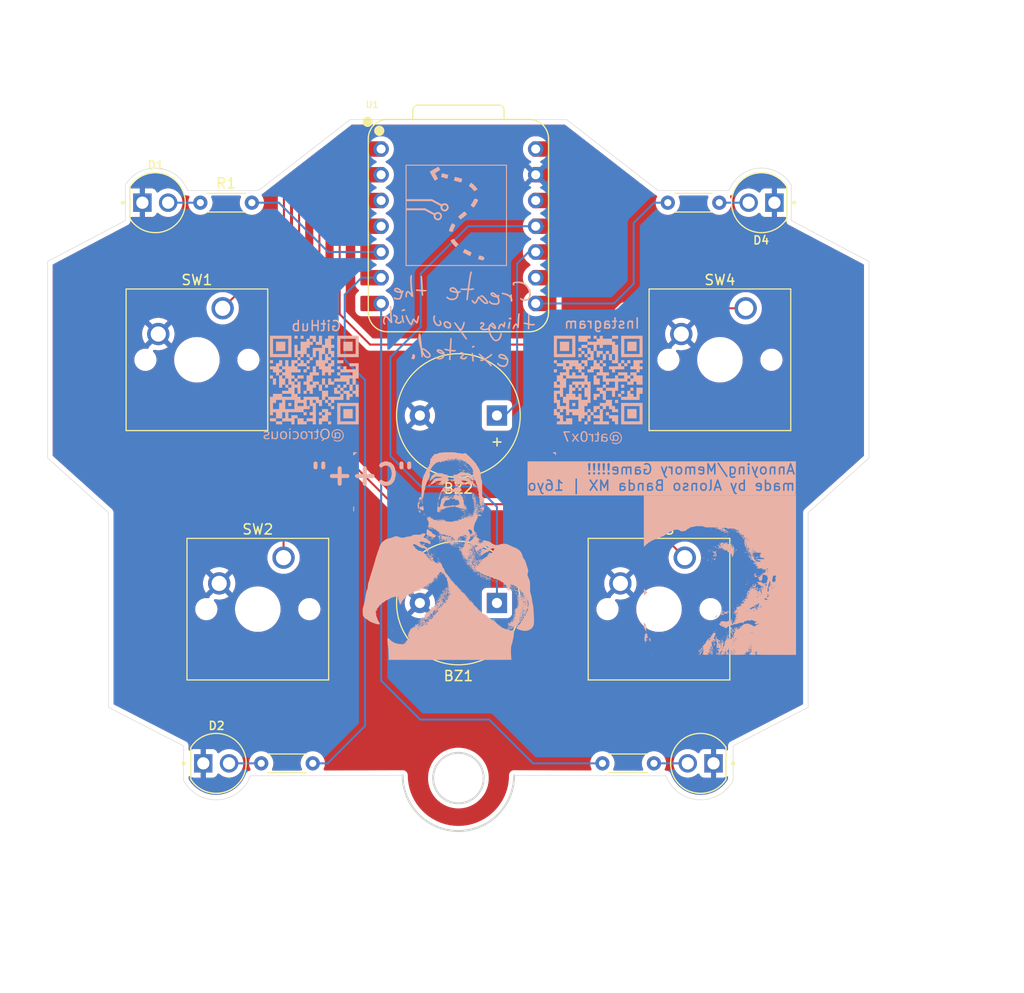
<source format=kicad_pcb>
(kicad_pcb (version 20241229) (generator "pcbnew") (generator_version "9.0")
  (layers (0 "F.Cu" signal) (2 "B.Cu" signal) (13 "F.Paste" user) (15 "B.Paste" user) (5 "F.SilkS" user "F.Silkscreen") (7 "B.SilkS" user "B.Silkscreen") (1 "F.Mask" user) (3 "B.Mask" user) (25 "Edge.Cuts" user))
  (net 0 "")
  (net 1 "buzz1")
  (net 2 "GND")
  (net 3 "buzz2")
  (net 4 "Net-(D1-PadA)")
  (net 5 "Net-(D2-PadA)")
  (net 6 "Net-(D3-PadA)")
  (net 7 "Net-(D4-PadA)")
  (net 8 "led1")
  (net 9 "led2")
  (net 10 "led3")
  (net 11 "led4")
  (net 12 "button1")
  (net 13 "button2")
  (net 14 "button3")
  (net 15 "button4")
  (net 16 "5v")
  (net 17 "3.3v")
  (footprint "Resistor_THT:R_Axial_DIN0204_L3.6mm_D1.6mm_P5.08mm_Horizontal" (layer "F.Cu") (at 95.257738 48)
    (property "Reference" "R1" (at 2.54 -1.92 0) (layer "F.SilkS"))
    (property "Value" "R")
    (pad "1" thru_hole circle (at 0 0) (size 1.4 1.4) (drill 0.7) (layers "*.Cu" "*.Mask") (net 4 "Net-(D1-PadA)"))
    (pad "2" thru_hole oval (at 5.08 0) (size 1.4 1.4) (drill 0.7) (layers "*.Cu" "*.Mask") (net 8 "led1"))
  )
  (footprint "Resistor_THT:R_Axial_DIN0204_L3.6mm_D1.6mm_P5.08mm_Horizontal" (layer "F.Cu") (at 139.993751 103.321354 180)
    (property "Reference" "R3" (hide yes))
    (property "Value" "R")
    (pad "1" thru_hole circle (at 0 0 180) (size 1.4 1.4) (drill 0.7) (layers "*.Cu" "*.Mask") (net 6 "Net-(D3-PadA)"))
    (pad "2" thru_hole oval (at 5.08 0 180) (size 1.4 1.4) (drill 0.7) (layers "*.Cu" "*.Mask") (net 10 "led3"))
  )
  (footprint "MyLibrary:LEDRD254W57D500H1070" (layer "F.Cu") (at 144.601013 103.321354 180)
    (property "Reference" "D3" (hide yes))
    (property "Value" "L08R5000Q1" (hide yes))
    (pad "A" thru_hole circle (at 1.27 0 180) (size 1.815 1.815) (drill 1.21) (layers "*.Cu" "*.Mask") (net 6 "Net-(D3-PadA)"))
    (pad "C" thru_hole rect (at -1.27 0 180) (size 1.815 1.815) (drill 1.21) (layers "*.Cu" "*.Mask") (net 2 "GND"))
  )
  (footprint "Button_Switch_Keyboard:SW_Cherry_MX_1.00u_PCB" (layer "F.Cu") (at 149.04 58.42)
    (property "Reference" "SW4" (at -2.54 -2.794 0) (layer "F.SilkS"))
    (property "Value" "SW_Push")
    (pad "" np_thru_hole circle (at -7.62 5.08) (size 1.7 1.7) (drill 1.7) (layers "*.Cu" "*.Mask"))
    (pad "" np_thru_hole circle (at -2.54 5.08) (size 4 4) (drill 4) (layers "*.Cu" "*.Mask"))
    (pad "" np_thru_hole circle (at 2.54 5.08) (size 1.7 1.7) (drill 1.7) (layers "*.Cu" "*.Mask"))
    (pad "1" thru_hole circle (at 0 0) (size 2.2 2.2) (drill 1.5) (layers "*.Cu" "*.Mask") (net 15 "button4"))
    (pad "2" thru_hole circle (at -6.35 2.54) (size 2.2 2.2) (drill 1.5) (layers "*.Cu" "*.Mask") (net 2 "GND"))
  )
  (footprint "Buzzer_Beeper:Buzzer_12x9.5RM7.6" (layer "F.Cu") (at 124.51 87.5 180)
    (property "Reference" "BZ1" (at 3.8 -7.2 0) (layer "F.SilkS"))
    (property "Value" "Buzzer")
    (fp_text user "+" (at -0.01 -2.54 0) (layer "F.SilkS"))
    (pad "1" thru_hole rect (at 0 0 180) (size 2 2) (drill 1) (layers "*.Cu" "*.Mask") (net 1 "buzz1"))
    (pad "2" thru_hole circle (at 7.6 0 180) (size 2 2) (drill 1) (layers "*.Cu" "*.Mask") (net 2 "GND"))
  )
  (footprint "MyLibrary:LEDRD254W57D500H1070" (layer "F.Cu") (at 150.607262 48 180)
    (property "Reference" "D4" (at 0.04 -3.708 0) (layer "F.SilkS") (effects (font (size 0.8 0.8))))
    (property "Value" "L08R5000Q1")
    (pad "A" thru_hole circle (at 1.27 0 180) (size 1.815 1.815) (drill 1.21) (layers "*.Cu" "*.Mask") (net 7 "Net-(D4-PadA)"))
    (pad "C" thru_hole rect (at -1.27 0 180) (size 1.815 1.815) (drill 1.21) (layers "*.Cu" "*.Mask") (net 2 "GND"))
  )
  (footprint "Buzzer_Beeper:Buzzer_12x9.5RM7.6" (layer "F.Cu") (at 124.51 69 180)
    (property "Reference" "BZ2" (at 3.8 -7.2 0) (layer "F.SilkS"))
    (property "Value" "Buzzer")
    (fp_text user "+" (at -0.01 -2.54 0) (layer "F.SilkS"))
    (pad "1" thru_hole rect (at 0 0 180) (size 2 2) (drill 1) (layers "*.Cu" "*.Mask") (net 3 "buzz2"))
    (pad "2" thru_hole circle (at 7.6 0 180) (size 2 2) (drill 1) (layers "*.Cu" "*.Mask") (net 2 "GND"))
  )
  (footprint "MyLibrary:LEDRD254W57D500H1070" (layer "F.Cu") (at 96.818738 103.321355)
    (property "Reference" "D2" (at 0.04 -3.708 0) (layer "F.SilkS") (effects (font (size 0.8 0.8))))
    (property "Value" "L08R5000Q1")
    (pad "A" thru_hole circle (at 1.27 0) (size 1.815 1.815) (drill 1.21) (layers "*.Cu" "*.Mask") (net 5 "Net-(D2-PadA)"))
    (pad "C" thru_hole rect (at -1.27 0) (size 1.815 1.815) (drill 1.21) (layers "*.Cu" "*.Mask") (net 2 "GND"))
  )
  (footprint "Button_Switch_Keyboard:SW_Cherry_MX_1.00u_PCB" (layer "F.Cu") (at 143.03375 83.02625)
    (property "Reference" "SW3" (at -2.54 -2.794 0) (layer "F.SilkS"))
    (property "Value" "SW_Push")
    (pad "" np_thru_hole circle (at -7.62 5.08) (size 1.7 1.7) (drill 1.7) (layers "*.Cu" "*.Mask"))
    (pad "" np_thru_hole circle (at -2.54 5.08) (size 4 4) (drill 4) (layers "*.Cu" "*.Mask"))
    (pad "" np_thru_hole circle (at 2.54 5.08) (size 1.7 1.7) (drill 1.7) (layers "*.Cu" "*.Mask"))
    (pad "1" thru_hole circle (at 0 0) (size 2.2 2.2) (drill 1.5) (layers "*.Cu" "*.Mask") (net 14 "button3"))
    (pad "2" thru_hole circle (at -6.35 2.54) (size 2.2 2.2) (drill 1.5) (layers "*.Cu" "*.Mask") (net 2 "GND"))
  )
  (footprint "Button_Switch_Keyboard:SW_Cherry_MX_1.00u_PCB" (layer "F.Cu") (at 103.466 83.02625)
    (property "Reference" "SW2" (at -2.54 -2.794 0) (layer "F.SilkS"))
    (property "Value" "SW_Push")
    (pad "" np_thru_hole circle (at -7.62 5.08) (size 1.7 1.7) (drill 1.7) (layers "*.Cu" "*.Mask"))
    (pad "" np_thru_hole circle (at -2.54 5.08) (size 4 4) (drill 4) (layers "*.Cu" "*.Mask"))
    (pad "" np_thru_hole circle (at 2.54 5.08) (size 1.7 1.7) (drill 1.7) (layers "*.Cu" "*.Mask"))
    (pad "1" thru_hole circle (at 0 0) (size 2.2 2.2) (drill 1.5) (layers "*.Cu" "*.Mask") (net 13 "button2"))
    (pad "2" thru_hole circle (at -6.35 2.54) (size 2.2 2.2) (drill 1.5) (layers "*.Cu" "*.Mask") (net 2 "GND"))
  )
  (footprint "MyLibrary:XIAO-RP2040-DIP" (layer "F.Cu") (at 120.71 50.32375)
    (property "Reference" "U1" (at -8.5 -12 0) (layer "F.SilkS") (effects (font (size 0.635 0.635) (thickness 0.1016))))
    (property "Value" "XIAO-RP2040-DIP")
    (pad "1" smd roundrect (at -8.455 -7.62 180) (size 2.432 1.524) (layers "F.Cu" "F.Mask") (roundrect_rratio 0.1) (net 12 "button1"))
    (pad "1" thru_hole circle (at -7.62 -7.62 180) (size 1.524 1.524) (drill 0.889) (layers "*.Cu" "*.Mask") (net 12 "button1"))
    (pad "2" smd roundrect (at -8.455 -5.08 180) (size 2.432 1.524) (layers "F.Cu" "F.Mask") (roundrect_rratio 0.1) (net 13 "button2"))
    (pad "2" thru_hole circle (at -7.62 -5.08 180) (size 1.524 1.524) (drill 0.889) (layers "*.Cu" "*.Mask") (net 13 "button2"))
    (pad "3" smd roundrect (at -8.455 -2.54 180) (size 2.432 1.524) (layers "F.Cu" "F.Mask") (roundrect_rratio 0.1) (net 14 "button3"))
    (pad "3" thru_hole circle (at -7.62 -2.54 180) (size 1.524 1.524) (drill 0.889) (layers "*.Cu" "*.Mask") (net 14 "button3"))
    (pad "4" smd roundrect (at -8.455 0 180) (size 2.432 1.524) (layers "F.Cu" "F.Mask") (roundrect_rratio 0.1) (net 15 "button4"))
    (pad "4" thru_hole circle (at -7.62 0 180) (size 1.524 1.524) (drill 0.889) (layers "*.Cu" "*.Mask") (net 15 "button4"))
    (pad "5" smd roundrect (at -8.455 2.54 180) (size 2.432 1.524) (layers "F.Cu" "F.Mask") (roundrect_rratio 0.1) (net 8 "led1"))
    (pad "5" thru_hole circle (at -7.62 2.54 180) (size 1.524 1.524) (drill 0.889) (layers "*.Cu" "*.Mask") (net 8 "led1"))
    (pad "6" smd roundrect (at -8.455 5.08 180) (size 2.432 1.524) (layers "F.Cu" "F.Mask") (roundrect_rratio 0.1) (net 9 "led2"))
    (pad "6" thru_hole circle (at -7.62 5.08 180) (size 1.524 1.524) (drill 0.889) (layers "*.Cu" "*.Mask") (net 9 "led2"))
    (pad "7" smd roundrect (at -8.455 7.62 180) (size 2.432 1.524) (layers "F.Cu" "F.Mask") (roundrect_rratio 0.1) (net 10 "led3"))
    (pad "7" thru_hole circle (at -7.62 7.62 180) (size 1.524 1.524) (drill 0.889) (layers "*.Cu" "*.Mask") (net 10 "led3"))
    (pad "8" thru_hole circle (at 7.62 7.62) (size 1.524 1.524) (drill 0.889) (layers "*.Cu" "*.Mask") (net 11 "led4"))
    (pad "8" smd roundrect (at 8.455 7.62) (size 2.432 1.524) (layers "F.Cu" "F.Mask") (roundrect_rratio 0.1) (net 11 "led4"))
    (pad "9" thru_hole circle (at 7.62 5.08) (size 1.524 1.524) (drill 0.889) (layers "*.Cu" "*.Mask"))
    (pad "9" smd roundrect (at 8.455 5.08) (size 2.432 1.524) (layers "F.Cu" "F.Mask") (roundrect_rratio 0.1))
    (pad "10" thru_hole circle (at 7.62 2.54) (size 1.524 1.524) (drill 0.889) (layers "*.Cu" "*.Mask") (net 3 "buzz2"))
    (pad "10" smd roundrect (at 8.455 2.54) (size 2.432 1.524) (layers "F.Cu" "F.Mask") (roundrect_rratio 0.1) (net 3 "buzz2"))
    (pad "11" thru_hole circle (at 7.62 0) (size 1.524 1.524) (drill 0.889) (layers "*.Cu" "*.Mask") (net 1 "buzz1"))
    (pad "11" smd roundrect (at 8.455 0) (size 2.432 1.524) (layers "F.Cu" "F.Mask") (roundrect_rratio 0.1) (net 1 "buzz1"))
    (pad "12" thru_hole circle (at 7.62 -2.54) (size 1.524 1.524) (drill 0.889) (layers "*.Cu" "*.Mask") (net 17 "3.3v"))
    (pad "12" smd roundrect (at 8.455 -2.54) (size 2.432 1.524) (layers "F.Cu" "F.Mask") (roundrect_rratio 0.1) (net 17 "3.3v"))
    (pad "13" thru_hole circle (at 7.62 -5.08) (size 1.524 1.524) (drill 0.889) (layers "*.Cu" "*.Mask") (net 2 "GND"))
    (pad "13" smd roundrect (at 8.455 -5.08) (size 2.432 1.524) (layers "F.Cu" "F.Mask") (roundrect_rratio 0.1) (net 2 "GND"))
    (pad "14" thru_hole circle (at 7.62 -7.62) (size 1.524 1.524) (drill 0.889) (layers "*.Cu" "*.Mask") (net 16 "5v"))
    (pad "14" smd roundrect (at 8.455 -7.62) (size 2.432 1.524) (layers "F.Cu" "F.Mask") (roundrect_rratio 0.1) (net 16 "5v"))
  )
  (footprint "Button_Switch_Keyboard:SW_Cherry_MX_1.00u_PCB" (layer "F.Cu") (at 97.46 58.42)
    (property "Reference" "SW1" (at -2.54 -2.794 0) (layer "F.SilkS"))
    (property "Value" "SW_Push")
    (pad "" np_thru_hole circle (at -7.62 5.08) (size 1.7 1.7) (drill 1.7) (layers "*.Cu" "*.Mask"))
    (pad "" np_thru_hole circle (at -2.54 5.08) (size 4 4) (drill 4) (layers "*.Cu" "*.Mask"))
    (pad "" np_thru_hole circle (at 2.54 5.08) (size 1.7 1.7) (drill 1.7) (layers "*.Cu" "*.Mask"))
    (pad "1" thru_hole circle (at 0 0) (size 2.2 2.2) (drill 1.5) (layers "*.Cu" "*.Mask") (net 12 "button1"))
    (pad "2" thru_hole circle (at -6.35 2.54) (size 2.2 2.2) (drill 1.5) (layers "*.Cu" "*.Mask") (net 2 "GND"))
  )
  (footprint "Resistor_THT:R_Axial_DIN0204_L3.6mm_D1.6mm_P5.08mm_Horizontal" (layer "F.Cu") (at 101.263738 103.321355)
    (property "Reference" "R2" (hide yes))
    (property "Value" "R")
    (pad "1" thru_hole circle (at 0 0) (size 1.4 1.4) (drill 0.7) (layers "*.Cu" "*.Mask") (net 5 "Net-(D2-PadA)"))
    (pad "2" thru_hole oval (at 5.08 0) (size 1.4 1.4) (drill 0.7) (layers "*.Cu" "*.Mask") (net 9 "led2"))
  )
  (footprint "MyLibrary:LEDRD254W57D500H1070" (layer "F.Cu") (at 90.812738 48)
    (property "Reference" "D1" (at 0.04 -3.708 0) (layer "F.SilkS") (effects (font (size 0.8 0.8))))
    (property "Value" "L08R5000Q1")
    (pad "A" thru_hole circle (at 1.27 0) (size 1.815 1.815) (drill 1.21) (layers "*.Cu" "*.Mask") (net 4 "Net-(D1-PadA)"))
    (pad "C" thru_hole rect (at -1.27 0) (size 1.815 1.815) (drill 1.21) (layers "*.Cu" "*.Mask") (net 2 "GND"))
  )
  (footprint "Resistor_THT:R_Axial_DIN0204_L3.6mm_D1.6mm_P5.08mm_Horizontal" (layer "F.Cu") (at 146.44 48 180)
    (property "Reference" "R4" (hide yes))
    (property "Value" "R")
    (pad "1" thru_hole circle (at 0 0 180) (size 1.4 1.4) (drill 0.7) (layers "*.Cu" "*.Mask") (net 7 "Net-(D4-PadA)"))
    (pad "2" thru_hole oval (at 5.08 0 180) (size 1.4 1.4) (drill 0.7) (layers "*.Cu" "*.Mask") (net 11 "led4"))
  )
  (footprint "LOGO" (layer "B.Cu") (at 120.5 49.25 180)
    (property "Reference" "G***" (hide yes))
    (property "Value" "LOGO" (hide yes))
  )
  (footprint "LOGO" (layer "B.Cu") (at 120.336173 82.875017 180)
    (property "Reference" "G***" (hide yes))
    (property "Value" "LOGO" (hide yes))
  )
  (footprint "LOGO" (layer "B.Cu") (at 106.5 65.5 180)
    (property "Reference" "G***" (hide yes))
    (property "Value" "LOGO" (hide yes))
  )
  (footprint "LOGO" (layer "B.Cu") (at 146.5 84.75 180)
    (property "Reference" "G***" (hide yes))
    (property "Value" "LOGO" (hide yes))
  )
  (footprint "LOGO" (layer "B.Cu") (at 120.75 59.5 180)
    (property "Reference" "G***" (hide yes))
    (property "Value" "LOGO" (hide yes))
  )
  (footprint "LOGO" (layer "B.Cu") (at 134.5 65.5 180)
    (property "Reference" "G***" (hide yes))
    (property "Value" "LOGO" (hide yes))
  )
  (gr_line (start 161.2 53.8) (end 161.2 73.2) (stroke (width 0.05)) (layer "Edge.Cuts"))
  (gr_line (start 86.2 78.6) (end 86.2 97.8) (stroke (width 0.05)) (layer "Edge.Cuts"))
  (gr_line (start 153.53057 49.758339) (end 161.2 53.8) (stroke (width 0.05)) (layer "Edge.Cuts"))
  (gr_arc (start 147.8 105) (mid 144.353744 106.915157) (end 141.199029 104.550357) (stroke (width 0.05)) (layer "Edge.Cuts"))
  (gr_line (start 100.20097 104.550357) (end 115.21375 104.50375) (stroke (width 0.05)) (layer "Edge.Cuts"))
  (gr_line (start 153.530569 46.241659) (end 153.53057 49.758339) (stroke (width 0.05)) (layer "Edge.Cuts"))
  (gr_arc (start 126.20625 104.50375) (mid 120.71 110) (end 115.21375 104.50375) (stroke (width 0.2)) (layer "Edge.Cuts"))
  (gr_arc (start 147.4 46.8) (mid 150.290025 44.596485) (end 153.530569 46.241659) (stroke (width 0.05)) (layer "Edge.Cuts"))
  (gr_line (start 131.38 39.8) (end 140.4 46.8) (stroke (width 0.05)) (layer "Edge.Cuts"))
  (gr_line (start 140.4 46.8) (end 147.4 46.8) (stroke (width 0.05)) (layer "Edge.Cuts"))
  (gr_line (start 141.199029 104.550357) (end 126.20625 104.50375) (stroke (width 0.05)) (layer "Edge.Cuts"))
  (gr_arc (start 100.200971 104.550357) (mid 97.046256 106.915156) (end 93.6 105) (stroke (width 0.05)) (layer "Edge.Cuts"))
  (gr_line (start 147.8 101.6) (end 147.8 105) (stroke (width 0.05)) (layer "Edge.Cuts"))
  (gr_line (start 155.2 78.6) (end 155.2 97.8) (stroke (width 0.05)) (layer "Edge.Cuts"))
  (gr_line (start 110.02 39.8) (end 101 46.8) (stroke (width 0.05)) (layer "Edge.Cuts"))
  (gr_circle (center 120.71 104.775) (end 121.44375 107.15625) (stroke (width 0.2)) (fill no) (layer "Edge.Cuts"))
  (gr_line (start 80.2 53.8) (end 80.2 73.2) (stroke (width 0.05)) (layer "Edge.Cuts"))
  (gr_line (start 93.6 101.6) (end 93.6 105) (stroke (width 0.05)) (layer "Edge.Cuts"))
  (gr_line (start 131.38 39.8) (end 110.02 39.8) (stroke (width 0.05)) (layer "Edge.Cuts"))
  (gr_line (start 161.2 73.2) (end 155.2 78.6) (stroke (width 0.05)) (layer "Edge.Cuts"))
  (gr_line (start 80.2 73.2) (end 86.2 78.6) (stroke (width 0.05)) (layer "Edge.Cuts"))
  (gr_line (start 155.2 97.8) (end 147.8 101.6) (stroke (width 0.05)) (layer "Edge.Cuts"))
  (gr_arc (start 87.869431 46.241659) (mid 91.109975 44.596485) (end 94 46.8) (stroke (width 0.05)) (layer "Edge.Cuts"))
  (gr_line (start 87.869432 46.241659) (end 87.869431 49.75834) (stroke (width 0.05)) (layer "Edge.Cuts"))
  (gr_line (start 87.869431 49.75834) (end 80.2 53.8) (stroke (width 0.05)) (layer "Edge.Cuts"))
  (gr_line (start 86.2 97.8) (end 93.6 101.6) (stroke (width 0.05)) (layer "Edge.Cuts"))
  (gr_line (start 101 46.8) (end 94 46.8) (stroke (width 0.05)) (layer "Edge.Cuts"))
  (gr_text "@Qtrocious" (at 109.5 71.5 0) (layer "B.SilkS") (effects (font (size 1 1)) (justify left bottom mirror)))
  (gr_text "Instagram" (at 138.678572 60.5 -0) (layer "B.SilkS") (effects (font (size 1 1)) (justify left bottom mirror)))
  (gr_text "GitHub" (at 109.25 60.75 0) (layer "B.SilkS") (effects (font (size 1 1)) (justify left bottom mirror)))
  (gr_text "{dblquote}C++{dblquote}" (at 116.5 76 0) (layer "B.SilkS") (effects (font (size 2 2) (thickness 0.4) (bold yes)) (justify left bottom mirror)))
  (gr_text "Annoying/Memory Game!!!!!\nmade by Alonso Banda MX | 16yo" (at 154 76.5 0) (layer "B.SilkS" knockout) (effects (font (size 1 1)) (justify left bottom mirror)))
  (gr_text "@atr0x7\n" (at 136.928572 71.75 -0) (layer "B.SilkS") (effects (font (size 1 1)) (justify left bottom mirror)))
  (segment (start 129.1 50.32375) (end 121.67625 50.32375) (width 0.2) (layer "B.Cu") (net 1))
  (segment (start 117 55) (end 117 60.25) (width 0.2) (layer "B.Cu") (net 1))
  (segment (start 114 73) (end 117 76) (width 0.2) (layer "B.Cu") (net 1))
  (segment (start 122.5 76) (end 124.51 78.01) (width 0.2) (layer "B.Cu") (net 1))
  (segment (start 124.51 78.01) (end 124.51 87.5) (width 0.2) (layer "B.Cu") (net 1))
  (segment (start 121.67625 50.32375) (end 117 55) (width 0.2) (layer "B.Cu") (net 1))
  (segment (start 117 60.25) (end 114 63.25) (width 0.2) (layer "B.Cu") (net 1))
  (segment (start 117 76) (end 122.5 76) (width 0.2) (layer "B.Cu") (net 1))
  (segment (start 114 63.25) (end 114 73) (width 0.2) (layer "B.Cu") (net 1))
  (segment (start 125.28 69) (end 126.5 67.78) (width 0.2) (layer "B.Cu") (net 3))
  (segment (start 127.63625 52.86375) (end 129.1 52.86375) (width 0.2) (layer "B.Cu") (net 3))
  (segment (start 126.5 67.78) (end 126.5 54) (width 0.2) (layer "B.Cu") (net 3))
  (segment (start 126.5 54) (end 127.63625 52.86375) (width 0.2) (layer "B.Cu") (net 3))
  (segment (start 95.257738 48) (end 92.082738 48) (width 0.2) (layer "B.Cu") (net 4))
  (segment (start 98.088738 103.321355) (end 101.263738 103.321355) (width 0.2) (layer "B.Cu") (net 5))
  (segment (start 139.993751 103.321354) (end 143.331013 103.321354) (width 0.2) (layer "B.Cu") (net 6))
  (segment (start 146.44 48) (end 149.337262 48) (width 0.2) (layer "B.Cu") (net 7))
  (segment (start 100.337738 48) (end 103 48) (width 0.2) (layer "B.Cu") (net 8))
  (segment (start 103 48) (end 107.86375 52.86375) (width 0.2) (layer "B.Cu") (net 8))
  (segment (start 107.86375 52.86375) (end 113.09 52.86375) (width 0.2) (layer "B.Cu") (net 8))
  (segment (start 106.343738 103.321355) (end 107.811488 103.321355) (width 0.2) (layer "B.Cu") (net 9))
  (segment (start 111.164126 55.40375) (end 113.09 55.40375) (width 0.2) (layer "B.Cu") (net 9))
  (segment (start 111.5 65.5) (end 109.5 63.5) (width 0.2) (layer "B.Cu") (net 9))
  (segment (start 107.811488 103.321355) (end 111.5 99.632843) (width 0.2) (layer "B.Cu") (net 9))
  (segment (start 111.5 99.632843) (end 111.5 65.5) (width 0.2) (layer "B.Cu") (net 9))
  (segment (start 109.5 63.5) (end 109.5 57.067876) (width 0.2) (layer "B.Cu") (net 9))
  (segment (start 109.5 57.067876) (end 111.164126 55.40375) (width 0.2) (layer "B.Cu") (net 9))
  (segment (start 116.9329 99) (end 123.75 99) (width 0.2) (layer "B.Cu") (net 10))
  (segment (start 113.09 95.1571) (end 116.9329 99) (width 0.2) (layer "B.Cu") (net 10))
  (segment (start 128.071354 103.321354) (end 134.913751 103.321354) (width 0.2) (layer "B.Cu") (net 10))
  (segment (start 113.09 57.94375) (end 113.09 95.1571) (width 0.2) (layer "B.Cu") (net 10))
  (segment (start 123.75 99) (end 128.071354 103.321354) (width 0.2) (layer "B.Cu") (net 10))
  (segment (start 141.36 48) (end 140 48) (width 0.2) (layer "B.Cu") (net 11))
  (segment (start 138 50) (end 138 56) (width 0.2) (layer "B.Cu") (net 11))
  (segment (start 136.05625 57.94375) (end 128.33 57.94375) (width 0.2) (layer "B.Cu") (net 11))
  (segment (start 140 48) (end 138 50) (width 0.2) (layer "B.Cu") (net 11))
  (segment (start 138 56) (end 136.05625 57.94375) (width 0.2) (layer "B.Cu") (net 11))
  (segment (start 97.46 58.42) (end 103.5 52.38) (width 0.2) (layer "F.Cu") (net 12))
  (segment (start 108.29625 42.70375) (end 113.09 42.70375) (width 0.2) (layer "F.Cu") (net 12))
  (segment (start 103.5 52.38) (end 103.5 47.5) (width 0.2) (layer "F.Cu") (net 12))
  (segment (start 103.5 47.5) (end 108.29625 42.70375) (width 0.2) (layer "F.Cu") (net 12))
  (segment (start 105 48.5) (end 108.25625 45.24375) (width 0.2) (layer "F.Cu") (net 13))
  (segment (start 108.25625 45.24375) (end 113.09 45.24375) (width 0.2) (layer "F.Cu") (net 13))
  (segment (start 105 75.152619) (end 105 48.5) (width 0.2) (layer "F.Cu") (net 13))
  (segment (start 103.466 76.686619) (end 105 75.152619) (width 0.2) (layer "F.Cu") (net 13))
  (segment (start 103.466 83.02625) (end 103.466 76.686619) (width 0.2) (layer "F.Cu") (net 13))
  (segment (start 108.71625 47.78375) (end 113.09 47.78375) (width 0.2) (layer "F.Cu") (net 14))
  (segment (start 107 70.5) (end 107 49.5) (width 0.2) (layer "F.Cu") (net 14))
  (segment (start 114.25 77.75) (end 107 70.5) (width 0.2) (layer "F.Cu") (net 14))
  (segment (start 137.7575 77.75) (end 114.25 77.75) (width 0.2) (layer "F.Cu") (net 14))
  (segment (start 143.03375 83.02625) (end 137.7575 77.75) (width 0.2) (layer "F.Cu") (net 14))
  (segment (start 107 49.5) (end 108.71625 47.78375) (width 0.2) (layer "F.Cu") (net 14))
  (segment (start 109 59) (end 109 52) (width 0.2) (layer "F.Cu") (net 15))
  (segment (start 109 52) (end 110.67625 50.32375) (width 0.2) (layer "F.Cu") (net 15))
  (segment (start 112 62) (end 109 59) (width 0.2) (layer "F.Cu") (net 15))
  (segment (start 137.08 58.42) (end 133.5 62) (width 0.2) (layer "F.Cu") (net 15))
  (segment (start 110.67625 50.32375) (end 113.09 50.32375) (width 0.2) (layer "F.Cu") (net 15))
  (segment (start 133.5 62) (end 112 62) (width 0.2) (layer "F.Cu") (net 15))
  (segment (start 149.04 58.42) (end 137.08 58.42) (width 0.2) (layer "F.Cu") (net 15))
  (zone (net 2) (net_name "GND") (layers "F.Cu" "B.Cu") (connect_pads (clearance 0.5)) (min_thickness 0.25) (fill yes (thermal_gap 0.5) (thermal_bridge_width 0.5))
    (polygon (pts (xy 173 80.5) (xy 163.5 29) (xy 75.5 28) (xy 76.5 126) (xy 176.5 124.5) (xy 174 78.5)))
  )
)
</source>
